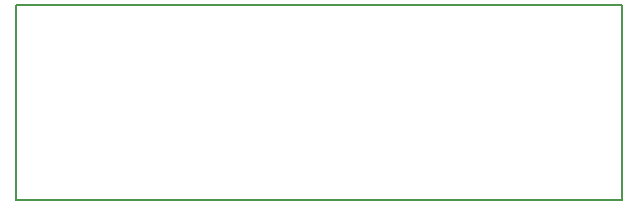
<source format=gbr>
%TF.GenerationSoftware,KiCad,Pcbnew,4.0.7-e2-6376~58~ubuntu16.04.1*%
%TF.CreationDate,2017-12-06T16:05:08+02:00*%
%TF.ProjectId,ecu_emu,6563755F656D752E6B696361645F7063,rev?*%
%TF.FileFunction,Profile,NP*%
%FSLAX46Y46*%
G04 Gerber Fmt 4.6, Leading zero omitted, Abs format (unit mm)*
G04 Created by KiCad (PCBNEW 4.0.7-e2-6376~58~ubuntu16.04.1) date Wed Dec  6 16:05:08 2017*
%MOMM*%
%LPD*%
G01*
G04 APERTURE LIST*
%ADD10C,0.100000*%
%ADD11C,0.150000*%
G04 APERTURE END LIST*
D10*
D11*
X79344000Y-20875000D02*
X79344000Y-37385000D01*
X28036000Y-37385000D02*
X79344000Y-37385000D01*
X28036000Y-20875000D02*
X79344000Y-20875000D01*
X28036000Y-37385000D02*
X28036000Y-20875000D01*
M02*

</source>
